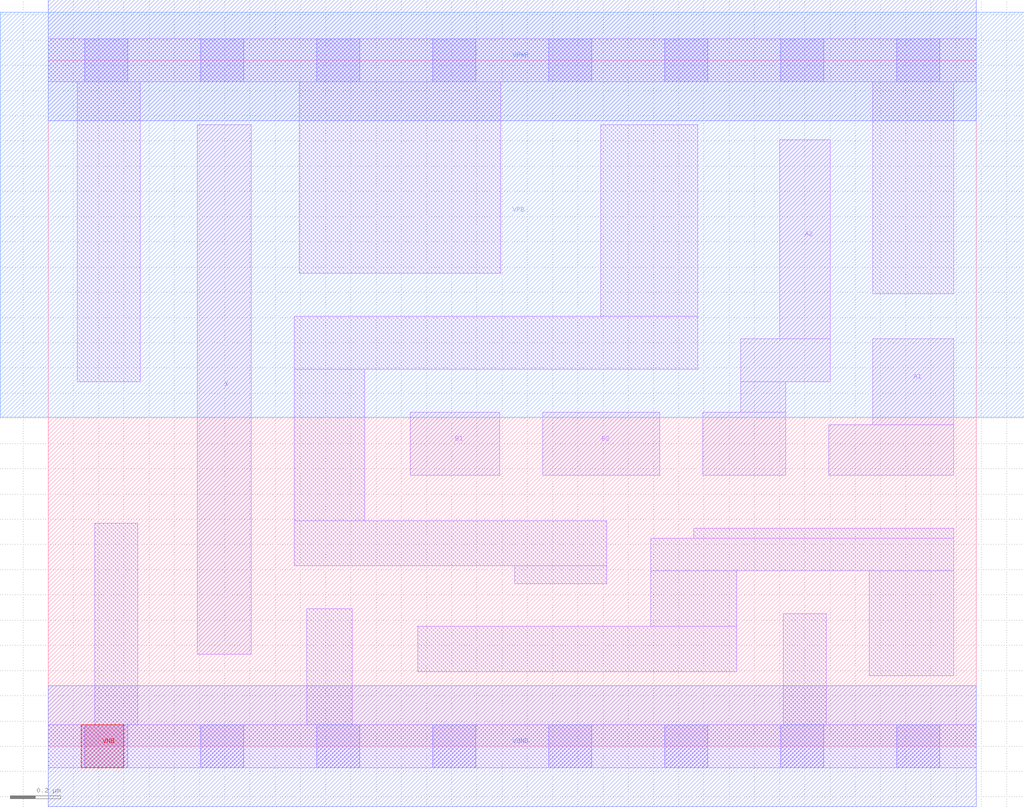
<source format=lef>
# Copyright 2020 The SkyWater PDK Authors
#
# Licensed under the Apache License, Version 2.0 (the "License");
# you may not use this file except in compliance with the License.
# You may obtain a copy of the License at
#
#     https://www.apache.org/licenses/LICENSE-2.0
#
# Unless required by applicable law or agreed to in writing, software
# distributed under the License is distributed on an "AS IS" BASIS,
# WITHOUT WARRANTIES OR CONDITIONS OF ANY KIND, either express or implied.
# See the License for the specific language governing permissions and
# limitations under the License.
#
# SPDX-License-Identifier: Apache-2.0

VERSION 5.7 ;
  NOWIREEXTENSIONATPIN ON ;
  DIVIDERCHAR "/" ;
  BUSBITCHARS "[]" ;
MACRO sky130_fd_sc_hd__o22a_2
  CLASS CORE ;
  FOREIGN sky130_fd_sc_hd__o22a_2 ;
  ORIGIN  0.000000  0.000000 ;
  SIZE  3.680000 BY  2.720000 ;
  SYMMETRY X Y R90 ;
  SITE unithd ;
  PIN A1
    ANTENNAGATEAREA  0.247500 ;
    DIRECTION INPUT ;
    USE SIGNAL ;
    PORT
      LAYER li1 ;
        RECT 3.095000 1.075000 3.590000 1.275000 ;
        RECT 3.270000 1.275000 3.590000 1.615000 ;
    END
  END A1
  PIN A2
    ANTENNAGATEAREA  0.247500 ;
    DIRECTION INPUT ;
    USE SIGNAL ;
    PORT
      LAYER li1 ;
        RECT 2.595000 1.075000 2.925000 1.325000 ;
        RECT 2.745000 1.325000 2.925000 1.445000 ;
        RECT 2.745000 1.445000 3.100000 1.615000 ;
        RECT 2.900000 1.615000 3.100000 2.405000 ;
    END
  END A2
  PIN B1
    ANTENNAGATEAREA  0.247500 ;
    DIRECTION INPUT ;
    USE SIGNAL ;
    PORT
      LAYER li1 ;
        RECT 1.435000 1.075000 1.790000 1.325000 ;
    END
  END B1
  PIN B2
    ANTENNAGATEAREA  0.247500 ;
    DIRECTION INPUT ;
    USE SIGNAL ;
    PORT
      LAYER li1 ;
        RECT 1.960000 1.075000 2.425000 1.325000 ;
    END
  END B2
  PIN VNB
    PORT
      LAYER pwell ;
        RECT 0.130000 -0.085000 0.300000 0.085000 ;
    END
  END VNB
  PIN VPB
    PORT
      LAYER nwell ;
        RECT -0.190000 1.305000 3.870000 2.910000 ;
    END
  END VPB
  PIN X
    ANTENNADIFFAREA  0.445500 ;
    DIRECTION OUTPUT ;
    USE SIGNAL ;
    PORT
      LAYER li1 ;
        RECT 0.590000 0.365000 0.805000 2.465000 ;
    END
  END X
  PIN VGND
    DIRECTION INOUT ;
    SHAPE ABUTMENT ;
    USE GROUND ;
    PORT
      LAYER met1 ;
        RECT 0.000000 -0.240000 3.680000 0.240000 ;
    END
  END VGND
  PIN VPWR
    DIRECTION INOUT ;
    SHAPE ABUTMENT ;
    USE POWER ;
    PORT
      LAYER met1 ;
        RECT 0.000000 2.480000 3.680000 2.960000 ;
    END
  END VPWR
  OBS
    LAYER li1 ;
      RECT 0.000000 -0.085000 3.680000 0.085000 ;
      RECT 0.000000  2.635000 3.680000 2.805000 ;
      RECT 0.115000  1.445000 0.365000 2.635000 ;
      RECT 0.185000  0.085000 0.355000 0.885000 ;
      RECT 0.975000  0.715000 2.215000 0.895000 ;
      RECT 0.975000  0.895000 1.255000 1.495000 ;
      RECT 0.975000  1.495000 2.575000 1.705000 ;
      RECT 0.995000  1.875000 1.795000 2.635000 ;
      RECT 1.025000  0.085000 1.205000 0.545000 ;
      RECT 1.465000  0.295000 2.730000 0.475000 ;
      RECT 1.850000  0.645000 2.215000 0.715000 ;
      RECT 2.190000  1.705000 2.575000 2.465000 ;
      RECT 2.390000  0.475000 2.730000 0.695000 ;
      RECT 2.390000  0.695000 3.590000 0.825000 ;
      RECT 2.560000  0.825000 3.590000 0.865000 ;
      RECT 2.915000  0.085000 3.085000 0.525000 ;
      RECT 3.255000  0.280000 3.590000 0.695000 ;
      RECT 3.270000  1.795000 3.590000 2.635000 ;
    LAYER mcon ;
      RECT 0.145000 -0.085000 0.315000 0.085000 ;
      RECT 0.145000  2.635000 0.315000 2.805000 ;
      RECT 0.605000 -0.085000 0.775000 0.085000 ;
      RECT 0.605000  2.635000 0.775000 2.805000 ;
      RECT 1.065000 -0.085000 1.235000 0.085000 ;
      RECT 1.065000  2.635000 1.235000 2.805000 ;
      RECT 1.525000 -0.085000 1.695000 0.085000 ;
      RECT 1.525000  2.635000 1.695000 2.805000 ;
      RECT 1.985000 -0.085000 2.155000 0.085000 ;
      RECT 1.985000  2.635000 2.155000 2.805000 ;
      RECT 2.445000 -0.085000 2.615000 0.085000 ;
      RECT 2.445000  2.635000 2.615000 2.805000 ;
      RECT 2.905000 -0.085000 3.075000 0.085000 ;
      RECT 2.905000  2.635000 3.075000 2.805000 ;
      RECT 3.365000 -0.085000 3.535000 0.085000 ;
      RECT 3.365000  2.635000 3.535000 2.805000 ;
  END
END sky130_fd_sc_hd__o22a_2
END LIBRARY

</source>
